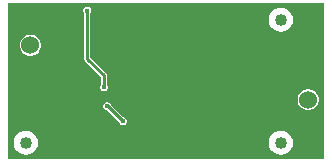
<source format=gbl>
G04*
G04 #@! TF.GenerationSoftware,Altium Limited,Altium Designer,25.4.2 (15)*
G04*
G04 Layer_Physical_Order=2*
G04 Layer_Color=16711680*
%FSLAX44Y44*%
%MOMM*%
G71*
G04*
G04 #@! TF.SameCoordinates,D5283B10-4766-4311-8C28-4DB947979AFB*
G04*
G04*
G04 #@! TF.FilePolarity,Positive*
G04*
G01*
G75*
%ADD16C,1.0160*%
%ADD36C,0.2540*%
%ADD37C,1.5240*%
%ADD38C,0.4064*%
%ADD39C,0.5000*%
G36*
X270460Y2590D02*
X2590D01*
Y134570D01*
X270460D01*
Y2590D01*
D02*
G37*
%LPC*%
G36*
X233680Y130898D02*
X231028Y130548D01*
X228556Y129525D01*
X226434Y127896D01*
X224805Y125774D01*
X223782Y123302D01*
X223432Y120650D01*
X223782Y117998D01*
X224805Y115526D01*
X226434Y113404D01*
X228556Y111775D01*
X231028Y110751D01*
X233680Y110402D01*
X236332Y110751D01*
X238804Y111775D01*
X240926Y113404D01*
X242555Y115526D01*
X243578Y117998D01*
X243928Y120650D01*
X243578Y123302D01*
X242555Y125774D01*
X240926Y127896D01*
X238804Y129525D01*
X236332Y130548D01*
X233680Y130898D01*
D02*
G37*
G36*
X22760Y107950D02*
X20420D01*
X18159Y107344D01*
X16131Y106174D01*
X14476Y104519D01*
X13306Y102491D01*
X12700Y100230D01*
Y97890D01*
X13306Y95629D01*
X14476Y93601D01*
X16131Y91946D01*
X18159Y90776D01*
X20420Y90170D01*
X22760D01*
X25021Y90776D01*
X27049Y91946D01*
X28704Y93601D01*
X29874Y95629D01*
X30480Y97890D01*
Y100230D01*
X29874Y102491D01*
X28704Y104519D01*
X27049Y106174D01*
X25021Y107344D01*
X22760Y107950D01*
D02*
G37*
G36*
X70507Y131572D02*
X69193D01*
X67980Y131069D01*
X67051Y130140D01*
X66548Y128927D01*
Y127613D01*
X67051Y126400D01*
X67260Y126190D01*
Y87630D01*
X67457Y86639D01*
X68019Y85799D01*
X81392Y72425D01*
Y65333D01*
X81183Y65123D01*
X80680Y63909D01*
Y62596D01*
X81183Y61382D01*
X82112Y60453D01*
X83325Y59951D01*
X84639D01*
X85853Y60453D01*
X86782Y61382D01*
X87284Y62596D01*
Y63909D01*
X86782Y65123D01*
X86572Y65333D01*
Y73498D01*
X86375Y74489D01*
X85813Y75329D01*
X72440Y88703D01*
Y126190D01*
X72649Y126400D01*
X73152Y127613D01*
Y128927D01*
X72649Y130140D01*
X71720Y131069D01*
X70507Y131572D01*
D02*
G37*
G36*
X257880Y61831D02*
X255539D01*
X253278Y61226D01*
X251251Y60055D01*
X249595Y58400D01*
X248425Y56373D01*
X247819Y54112D01*
Y51771D01*
X248425Y49510D01*
X249595Y47483D01*
X251251Y45828D01*
X253278Y44657D01*
X255539Y44051D01*
X257880D01*
X260141Y44657D01*
X262168Y45828D01*
X263823Y47483D01*
X264993Y49510D01*
X265599Y51771D01*
Y54112D01*
X264993Y56373D01*
X263823Y58400D01*
X262168Y60055D01*
X260141Y61226D01*
X257880Y61831D01*
D02*
G37*
G36*
X87331Y50813D02*
X86017D01*
X84804Y50311D01*
X83875Y49382D01*
X83372Y48168D01*
Y46855D01*
X83875Y45641D01*
X84804Y44712D01*
X86017Y44209D01*
X86568D01*
X96838Y33940D01*
Y33898D01*
X97340Y32685D01*
X98269Y31756D01*
X99483Y31253D01*
X100797D01*
X102010Y31756D01*
X102939Y32685D01*
X103442Y33898D01*
Y35212D01*
X102939Y36425D01*
X102010Y37354D01*
X100797Y37857D01*
X100246D01*
X89976Y48127D01*
Y48168D01*
X89473Y49382D01*
X88545Y50311D01*
X87331Y50813D01*
D02*
G37*
G36*
X233680Y26758D02*
X231028Y26409D01*
X228556Y25385D01*
X226434Y23756D01*
X224805Y21634D01*
X223782Y19162D01*
X223432Y16510D01*
X223782Y13858D01*
X224805Y11386D01*
X226434Y9264D01*
X228556Y7635D01*
X231028Y6611D01*
X233680Y6262D01*
X236332Y6611D01*
X238804Y7635D01*
X240926Y9264D01*
X242555Y11386D01*
X243578Y13858D01*
X243928Y16510D01*
X243578Y19162D01*
X242555Y21634D01*
X240926Y23756D01*
X238804Y25385D01*
X236332Y26409D01*
X233680Y26758D01*
D02*
G37*
G36*
X17780D02*
X15128Y26409D01*
X12656Y25385D01*
X10534Y23756D01*
X8905Y21634D01*
X7882Y19162D01*
X7532Y16510D01*
X7882Y13858D01*
X8905Y11386D01*
X10534Y9264D01*
X12656Y7635D01*
X15128Y6611D01*
X17780Y6262D01*
X20432Y6611D01*
X22904Y7635D01*
X25026Y9264D01*
X26655Y11386D01*
X27678Y13858D01*
X28028Y16510D01*
X27678Y19162D01*
X26655Y21634D01*
X25026Y23756D01*
X22904Y25385D01*
X20432Y26409D01*
X17780Y26758D01*
D02*
G37*
%LPD*%
D16*
Y16510D02*
D03*
X233680D02*
D03*
Y120650D02*
D03*
D36*
X86674Y47511D02*
X86929D01*
X99885Y34555D01*
X100140D01*
X69850Y87630D02*
Y128270D01*
X83982Y63253D02*
Y73498D01*
X69850Y87630D02*
X83982Y73498D01*
D37*
X256709Y27541D02*
D03*
Y52941D02*
D03*
X21590Y124460D02*
D03*
Y99060D02*
D03*
D38*
X215900Y21590D02*
D03*
X86674Y47511D02*
D03*
X69850Y128270D02*
D03*
X111259Y31615D02*
D03*
X100140Y34555D02*
D03*
X101418Y59370D02*
D03*
X83982Y63253D02*
D03*
X60960Y128270D02*
D03*
X95250Y93980D02*
D03*
X32519Y54242D02*
D03*
X33020Y63500D02*
D03*
X130308Y31959D02*
D03*
D39*
X120621Y52260D02*
D03*
Y44260D02*
D03*
M02*

</source>
